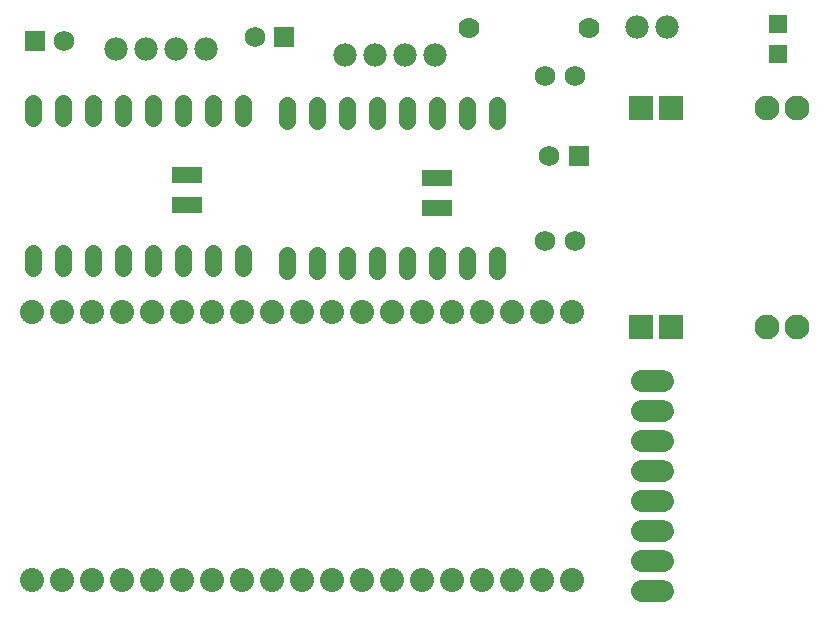
<source format=gbs>
G04 EAGLE Gerber RS-274X export*
G75*
%MOMM*%
%FSLAX34Y34*%
%LPD*%
%INBottom Solder Mask*%
%IPPOS*%
%AMOC8*
5,1,8,0,0,1.08239X$1,22.5*%
G01*
%ADD10C,1.981200*%
%ADD11C,1.409600*%
%ADD12C,2.032000*%
%ADD13C,1.879600*%
%ADD14C,1.752600*%
%ADD15R,1.752600X1.752600*%
%ADD16C,1.778000*%
%ADD17R,2.641600X1.371600*%
%ADD18C,2.101600*%
%ADD19R,2.101600X2.101600*%
%ADD20R,1.625600X1.625600*%


D10*
X307800Y501900D03*
X333200Y501900D03*
X358600Y501900D03*
X384000Y501900D03*
X113500Y506900D03*
X138900Y506900D03*
X164300Y506900D03*
X189700Y506900D03*
D11*
X258900Y332140D02*
X258900Y319060D01*
X284300Y319060D02*
X284300Y332140D01*
X309700Y332140D02*
X309700Y319060D01*
X335100Y319060D02*
X335100Y332140D01*
X360500Y332140D02*
X360500Y319060D01*
X385900Y319060D02*
X385900Y332140D01*
X411300Y332140D02*
X411300Y319060D01*
X436700Y319060D02*
X436700Y332140D01*
X436700Y446060D02*
X436700Y459140D01*
X411300Y459140D02*
X411300Y446060D01*
X385900Y446060D02*
X385900Y459140D01*
X360500Y459140D02*
X360500Y446060D01*
X335100Y446060D02*
X335100Y459140D01*
X309700Y459140D02*
X309700Y446060D01*
X284300Y446060D02*
X284300Y459140D01*
X258900Y459140D02*
X258900Y446060D01*
X43900Y334340D02*
X43900Y321260D01*
X69300Y321260D02*
X69300Y334340D01*
X94700Y334340D02*
X94700Y321260D01*
X120100Y321260D02*
X120100Y334340D01*
X145500Y334340D02*
X145500Y321260D01*
X170900Y321260D02*
X170900Y334340D01*
X196300Y334340D02*
X196300Y321260D01*
X221700Y321260D02*
X221700Y334340D01*
X221700Y448260D02*
X221700Y461340D01*
X196300Y461340D02*
X196300Y448260D01*
X170900Y448260D02*
X170900Y461340D01*
X145500Y461340D02*
X145500Y448260D01*
X120100Y448260D02*
X120100Y461340D01*
X94700Y461340D02*
X94700Y448260D01*
X69300Y448260D02*
X69300Y461340D01*
X43900Y461340D02*
X43900Y448260D01*
D12*
X499700Y284100D03*
X474300Y284100D03*
X448900Y284100D03*
X423500Y284100D03*
X398100Y284100D03*
X372700Y284100D03*
X347300Y284100D03*
X321900Y284100D03*
X296500Y284100D03*
X271100Y284100D03*
X245700Y284100D03*
X220300Y284100D03*
X194900Y284100D03*
X169500Y284100D03*
X144100Y284100D03*
X118700Y284100D03*
X93300Y284100D03*
X67900Y284100D03*
X42500Y284100D03*
X499700Y57600D03*
X474300Y57600D03*
X448900Y57600D03*
X423500Y57600D03*
X398100Y57600D03*
X372700Y57600D03*
X347300Y57600D03*
X321900Y57600D03*
X296500Y57600D03*
X271100Y57600D03*
X245700Y57600D03*
X220300Y57600D03*
X194900Y57600D03*
X169500Y57600D03*
X144100Y57600D03*
X118700Y57600D03*
X93300Y57600D03*
X67900Y57600D03*
X42500Y57600D03*
D13*
X558810Y149500D02*
X576590Y149500D01*
X576590Y124100D02*
X558810Y124100D01*
X558810Y174900D02*
X576590Y174900D01*
X576590Y200300D02*
X558810Y200300D01*
X558810Y225700D02*
X576590Y225700D01*
X576590Y98700D02*
X558810Y98700D01*
X558810Y73300D02*
X576590Y73300D01*
X576590Y47900D02*
X558810Y47900D01*
D14*
X70000Y514000D03*
D15*
X45000Y514000D03*
D14*
X231300Y517000D03*
D15*
X256300Y517000D03*
D10*
X554700Y526000D03*
X580100Y526000D03*
D16*
X514100Y524500D03*
X412500Y524500D03*
D17*
X173600Y400100D03*
X173600Y374700D03*
X385200Y397400D03*
X385200Y372000D03*
D18*
X690040Y456710D03*
D19*
X557960Y456710D03*
D18*
X690040Y271290D03*
X664640Y456710D03*
X664640Y271290D03*
D19*
X583360Y456710D03*
X557960Y271290D03*
X583360Y271290D03*
D14*
X502700Y344000D03*
X477300Y344000D03*
X480500Y416000D03*
D15*
X505500Y416000D03*
D14*
X502700Y484000D03*
X477300Y484000D03*
D20*
X674000Y503000D03*
X674000Y528400D03*
M02*

</source>
